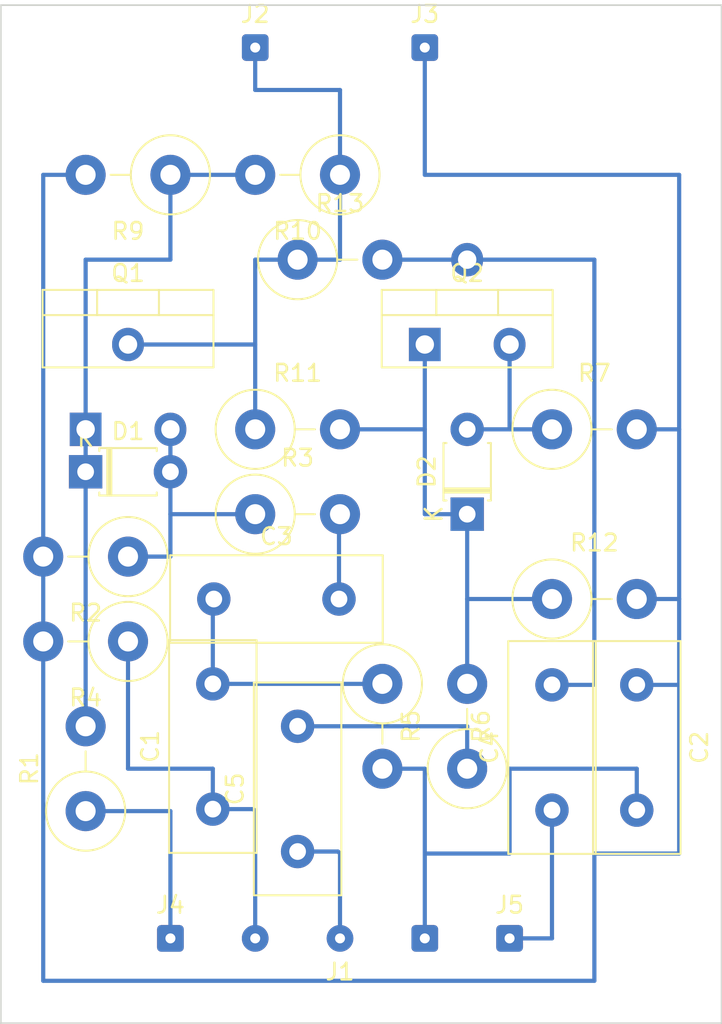
<source format=kicad_pcb>
(kicad_pcb (version 20221018) (generator pcbnew)
  (layers (0 "F.Cu" signal) (31 "B.Cu" signal) (34 "B.Paste" user) (35 "F.Paste" user) (36 "B.SilkS" user "B.Silkscreen") (37 "F.SilkS" user "F.Silkscreen") (38 "B.Mask" user) (39 "F.Mask" user) (44 "Edge.Cuts" user))
  (net 0 "")
  (net 1 "Net-(J1-Pin_3)")
  (net 2 "Net-(C1-Pad2)")
  (net 3 "GND")
  (net 4 "Net-(J1-Pin_1)")
  (net 5 "Net-(C3-Pad2)")
  (net 6 "Net-(J5-Pin_1)")
  (net 7 "Net-(D1-K)")
  (net 8 "Net-(D1-A)")
  (net 9 "Net-(D2-K)")
  (net 10 "Net-(D2-A)")
  (net 11 "+HT")
  (net 12 "Net-(J4-Pin_1)")
  (net 13 "Net-(J1-Pin_2)")
  (net 14 "Net-(C5-Pad2)")
  (net 15 "Net-(Q2-D)")
  (footprint "Package_TO_SOT_THT:TO-220-3_Vertical" (layer "F.Cu") (at 119.38 137.16)
    (fp_text reference "Q1" (at 2.54 -4.27) (layer "F.SilkS"))
    (fp_text value "IRF820" hide)
    (fp_line (start -2.58 -3.27) (end -2.58 1.371) (stroke (width 0.12)) (layer "F.SilkS"))
    (fp_line (start -2.58 -3.27) (end 7.66 -3.27) (stroke (width 0.12)) (layer "F.SilkS"))
    (fp_line (start -2.58 -1.76) (end 7.66 -1.76) (stroke (width 0.12)) (layer "F.SilkS"))
    (fp_line (start -2.58 1.371) (end 7.66 1.371) (stroke (width 0.12)) (layer "F.SilkS"))
    (fp_line (start 0.69 -3.27) (end 0.69 -1.76) (stroke (width 0.12)) (layer "F.SilkS"))
    (fp_line (start 4.391 -3.27) (end 4.391 -1.76) (stroke (width 0.12)) (layer "F.SilkS"))
    (fp_line (start 7.66 -3.27) (end 7.66 1.371) (stroke (width 0.12)) (layer "F.SilkS"))
    (pad "1" thru_hole rect (at 0 5.08) (size 1.905 2) (drill 1.1) (layers "*.Cu" "*.Mask") (net 7 "Net-(D1-K)"))
    (pad "2" thru_hole oval (at 2.54 0) (size 1.905 2) (drill 1.1) (layers "*.Cu" "*.Mask") (net 11 "+HT"))
    (pad "3" thru_hole oval (at 5.08 5.08) (size 1.905 2) (drill 1.1) (layers "*.Cu" "*.Mask") (net 8 "Net-(D1-A)"))
  )
  (footprint "Package_TO_SOT_THT:TO-220-3_Vertical" (layer "F.Cu") (at 139.7 137.16)
    (fp_text reference "Q2" (at 2.54 -4.27) (layer "F.SilkS"))
    (fp_text value "IRF820" hide)
    (fp_line (start -2.58 -3.27) (end -2.58 1.371) (stroke (width 0.12)) (layer "F.SilkS"))
    (fp_line (start -2.58 -3.27) (end 7.66 -3.27) (stroke (width 0.12)) (layer "F.SilkS"))
    (fp_line (start -2.58 -1.76) (end 7.66 -1.76) (stroke (width 0.12)) (layer "F.SilkS"))
    (fp_line (start -2.58 1.371) (end 7.66 1.371) (stroke (width 0.12)) (layer "F.SilkS"))
    (fp_line (start 0.69 -3.27) (end 0.69 -1.76) (stroke (width 0.12)) (layer "F.SilkS"))
    (fp_line (start 4.391 -3.27) (end 4.391 -1.76) (stroke (width 0.12)) (layer "F.SilkS"))
    (fp_line (start 7.66 -3.27) (end 7.66 1.371) (stroke (width 0.12)) (layer "F.SilkS"))
    (pad "1" thru_hole rect (at 0 0) (size 1.905 2) (drill 1.1) (layers "*.Cu" "*.Mask") (net 9 "Net-(D2-K)"))
    (pad "2" thru_hole oval (at 2.54 -5.08) (size 1.905 2) (drill 1.1) (layers "*.Cu" "*.Mask") (net 15 "Net-(Q2-D)"))
    (pad "3" thru_hole oval (at 5.08 0) (size 1.905 2) (drill 1.1) (layers "*.Cu" "*.Mask") (net 10 "Net-(D2-A)"))
  )
  (footprint "Resistor_THT:R_Axial_DIN0414_L11.9mm_D4.5mm_P5.08mm_Vertical" (layer "F.Cu") (at 142.24 162.56 90)
    (fp_text reference "R5" (at 2.54 -3.37 90) (layer "F.SilkS"))
    (fp_text value "1k")
    (fp_line (start 2.37 0) (end 3.58 0) (stroke (width 0.12)) (layer "F.SilkS"))
    (fp_circle (center 0 0) (end 2.37 0) (stroke (width 0.12)) (fill none) (layer "F.SilkS"))
    (pad "1" thru_hole circle (at 0 0 90) (size 2.4 2.4) (drill 1.2) (layers "*.Cu" "*.Mask") (net 14 "Net-(C5-Pad2)"))
    (pad "2" thru_hole oval (at 5.08 0 90) (size 2.4 2.4) (drill 1.2) (layers "*.Cu" "*.Mask") (net 9 "Net-(D2-K)"))
  )
  (footprint "Capacitor_THT:C_Disc_D12.5mm_W5.0mm_P7.50mm" (layer "F.Cu") (at 127 164.98 90)
    (fp_text reference "C1" (at 3.75 -3.75 90) (layer "F.SilkS"))
    (fp_text value "10n")
    (fp_line (start -2.62 -2.62) (end -2.62 2.62) (stroke (width 0.12)) (layer "F.SilkS"))
    (fp_line (start -2.62 -2.62) (end 10.12 -2.62) (stroke (width 0.12)) (layer "F.SilkS"))
    (fp_line (start -2.62 2.62) (end 10.12 2.62) (stroke (width 0.12)) (layer "F.SilkS"))
    (fp_line (start 10.12 -2.62) (end 10.12 2.62) (stroke (width 0.12)) (layer "F.SilkS"))
    (pad "1" thru_hole circle (at 0 0 90) (size 2 2) (drill 1) (layers "*.Cu" "*.Mask") (net 1 "Net-(J1-Pin_3)"))
    (pad "2" thru_hole circle (at 7.5 0 90) (size 2 2) (drill 1) (layers "*.Cu" "*.Mask") (net 2 "Net-(C1-Pad2)"))
  )
  (footprint "Resistor_THT:R_Axial_DIN0414_L11.9mm_D4.5mm_P5.08mm_Vertical" (layer "F.Cu") (at 121.92 149.86 180)
    (fp_text reference "R2" (at 2.54 -3.37) (layer "F.SilkS"))
    (fp_text value "100k")
    (fp_line (start 2.37 0) (end 3.58 0) (stroke (width 0.12)) (layer "F.SilkS"))
    (fp_circle (center 0 0) (end 2.37 0) (stroke (width 0.12)) (fill none) (layer "F.SilkS"))
    (pad "1" thru_hole circle (at 0 0 180) (size 2.4 2.4) (drill 1.2) (layers "*.Cu" "*.Mask") (net 8 "Net-(D1-A)"))
    (pad "2" thru_hole oval (at 5.08 0 180) (size 2.4 2.4) (drill 1.2) (layers "*.Cu" "*.Mask") (net 3 "GND"))
  )
  (footprint "Resistor_THT:R_Axial_DIN0414_L11.9mm_D4.5mm_P5.08mm_Vertical" (layer "F.Cu") (at 137.16 157.48 -90)
    (fp_text reference "R6" (at 2.54 -5.91 90) (layer "F.SilkS"))
    (fp_text value "39k")
    (fp_line (start 2.37 0) (end 3.58 0) (stroke (width 0.12)) (layer "F.SilkS"))
    (fp_circle (center 0 0) (end 2.37 0) (stroke (width 0.12)) (fill none) (layer "F.SilkS"))
    (pad "1" thru_hole circle (at 0 0 270) (size 2.4 2.4) (drill 1.2) (layers "*.Cu" "*.Mask") (net 2 "Net-(C1-Pad2)"))
    (pad "2" thru_hole oval (at 5.08 0 270) (size 2.4 2.4) (drill 1.2) (layers "*.Cu" "*.Mask") (net 4 "Net-(J1-Pin_1)"))
  )
  (footprint "Resistor_THT:R_Axial_DIN0414_L11.9mm_D4.5mm_P5.08mm_Vertical" (layer "F.Cu") (at 134.62 127 180)
    (fp_text reference "R10" (at 2.54 -3.37) (layer "F.SilkS"))
    (fp_text value "200K")
    (fp_line (start 2.37 0) (end 3.58 0) (stroke (width 0.12)) (layer "F.SilkS"))
    (fp_circle (center 0 0) (end 2.37 0) (stroke (width 0.12)) (fill none) (layer "F.SilkS"))
    (pad "1" thru_hole circle (at 0 0 180) (size 2.4 2.4) (drill 1.2) (layers "*.Cu" "*.Mask") (net 11 "+HT"))
    (pad "2" thru_hole oval (at 5.08 0 180) (size 2.4 2.4) (drill 1.2) (layers "*.Cu" "*.Mask") (net 7 "Net-(D1-K)"))
  )
  (footprint "Capacitor_THT:C_Disc_D12.5mm_W5.0mm_P7.50mm" (layer "F.Cu") (at 132.08 167.52 90)
    (fp_text reference "C5" (at 3.75 -3.75 90) (layer "F.SilkS"))
    (fp_text value "µ1")
    (fp_line (start -2.62 -2.62) (end -2.62 2.62) (stroke (width 0.12)) (layer "F.SilkS"))
    (fp_line (start -2.62 -2.62) (end 10.12 -2.62) (stroke (width 0.12)) (layer "F.SilkS"))
    (fp_line (start -2.62 2.62) (end 10.12 2.62) (stroke (width 0.12)) (layer "F.SilkS"))
    (fp_line (start 10.12 -2.62) (end 10.12 2.62) (stroke (width 0.12)) (layer "F.SilkS"))
    (pad "1" thru_hole circle (at 0 0 90) (size 2 2) (drill 1) (layers "*.Cu" "*.Mask") (net 13 "Net-(J1-Pin_2)"))
    (pad "2" thru_hole circle (at 7.5 0 90) (size 2 2) (drill 1) (layers "*.Cu" "*.Mask") (net 14 "Net-(C5-Pad2)"))
  )
  (footprint "Connector_Wire:SolderWire-0.1sqmm_1x01_D0.4mm_OD1mm" (layer "F.Cu") (at 129.54 119.38)
    (fp_text reference "J2" (at 0 -2) (layer "F.SilkS"))
    (fp_text value "Conn_01x01_Pin" hide)
    (pad "1" thru_hole roundrect (at 0 0) (size 1.6 1.6) (drill 0.6) (layers "*.Cu" "*.Mask") (roundrect_rratio 0.15625) (net 11 "+HT"))
  )
  (footprint "Diode_THT:D_T-1_P5.08mm_Horizontal" (layer "F.Cu") (at 142.24 147.32 90)
    (fp_text reference "D2" (at 2.54 -2.42 90) (layer "F.SilkS"))
    (fp_text value "12V" hide)
    (fp_text user "K" (at 0 -2 90) (layer "F.SilkS"))
    (fp_line (start 0.82 -1.42) (end 4.26 -1.42) (stroke (width 0.12)) (layer "F.SilkS"))
    (fp_line (start 0.82 -1.24) (end 0.82 -1.42) (stroke (width 0.12)) (layer "F.SilkS"))
    (fp_line (start 0.82 1.24) (end 0.82 1.42) (stroke (width 0.12)) (layer "F.SilkS"))
    (fp_line (start 0.82 1.42) (end 4.26 1.42) (stroke (width 0.12)) (layer "F.SilkS"))
    (fp_line (start 1.3 -1.42) (end 1.3 1.42) (stroke (width 0.12)) (layer "F.SilkS"))
    (fp_line (start 1.42 -1.42) (end 1.42 1.42) (stroke (width 0.12)) (layer "F.SilkS"))
    (fp_line (start 1.54 -1.42) (end 1.54 1.42) (stroke (width 0.12)) (layer "F.SilkS"))
    (fp_line (start 4.26 -1.42) (end 4.26 -1.24) (stroke (width 0.12)) (layer "F.SilkS"))
    (fp_line (start 4.26 1.42) (end 4.26 1.24) (stroke (width 0.12)) (layer "F.SilkS"))
    (pad "1" thru_hole rect (at 0 0 90) (size 2 2) (drill 1) (layers "*.Cu" "*.Mask") (net 9 "Net-(D2-K)"))
    (pad "2" thru_hole oval (at 5.08 0 90) (size 2 2) (drill 1) (layers "*.Cu" "*.Mask") (net 10 "Net-(D2-A)"))
  )
  (footprint "Resistor_THT:R_Axial_DIN0414_L11.9mm_D4.5mm_P5.08mm_Vertical" (layer "F.Cu") (at 147.32 152.4)
    (fp_text reference "R12" (at 2.54 -3.37) (layer "F.SilkS"))
    (fp_text value "200K")
    (fp_line (start 2.37 0) (end 3.58 0) (stroke (width 0.12)) (layer "F.SilkS"))
    (fp_circle (center 0 0) (end 2.37 0) (stroke (width 0.12)) (fill none) (layer "F.SilkS"))
    (pad "1" thru_hole circle (at 0 0) (size 2.4 2.4) (drill 1.2) (layers "*.Cu" "*.Mask") (net 9 "Net-(D2-K)"))
    (pad "2" thru_hole oval (at 5.08 0) (size 2.4 2.4) (drill 1.2) (layers "*.Cu" "*.Mask") (net 3 "GND"))
  )
  (footprint "Resistor_THT:R_Axial_DIN0414_L11.9mm_D4.5mm_P5.08mm_Vertical" (layer "F.Cu") (at 119.38 165.1 90)
    (fp_text reference "R1" (at 2.54 -3.37 90) (layer "F.SilkS"))
    (fp_text value "1k")
    (fp_line (start 2.37 0) (end 3.58 0) (stroke (width 0.12)) (layer "F.SilkS"))
    (fp_circle (center 0 0) (end 2.37 0) (stroke (width 0.12)) (fill none) (layer "F.SilkS"))
    (pad "1" thru_hole circle (at 0 0 90) (size 2.4 2.4) (drill 1.2) (layers "*.Cu" "*.Mask") (net 12 "Net-(J4-Pin_1)"))
    (pad "2" thru_hole oval (at 5.08 0 90) (size 2.4 2.4) (drill 1.2) (layers "*.Cu" "*.Mask") (net 7 "Net-(D1-K)"))
  )
  (footprint "Capacitor_THT:C_Disc_D12.5mm_W5.0mm_P7.50mm" (layer "F.Cu") (at 127.06 152.4)
    (fp_text reference "C3" (at 3.75 -3.75) (layer "F.SilkS"))
    (fp_text value "µ1")
    (fp_line (start -2.62 -2.62) (end -2.62 2.62) (stroke (width 0.12)) (layer "F.SilkS"))
    (fp_line (start -2.62 -2.62) (end 10.12 -2.62) (stroke (width 0.12)) (layer "F.SilkS"))
    (fp_line (start -2.62 2.62) (end 10.12 2.62) (stroke (width 0.12)) (layer "F.SilkS"))
    (fp_line (start 10.12 -2.62) (end 10.12 2.62) (stroke (width 0.12)) (layer "F.SilkS"))
    (pad "1" thru_hole circle (at 0 0) (size 2 2) (drill 1) (layers "*.Cu" "*.Mask") (net 2 "Net-(C1-Pad2)"))
    (pad "2" thru_hole circle (at 7.5 0) (size 2 2) (drill 1) (layers "*.Cu" "*.Mask") (net 5 "Net-(C3-Pad2)"))
  )
  (footprint "Resistor_THT:R_Axial_DIN0414_L11.9mm_D4.5mm_P5.08mm_Vertical" (layer "F.Cu") (at 132.08 132.08)
    (fp_text reference "R13" (at 2.54 -3.37) (layer "F.SilkS"))
    (fp_text value "80K")
    (fp_line (start 2.37 0) (end 3.58 0) (stroke (width 0.12)) (layer "F.SilkS"))
    (fp_circle (center 0 0) (end 2.37 0) (stroke (width 0.12)) (fill none) (layer "F.SilkS"))
    (pad "1" thru_hole circle (at 0 0) (size 2.4 2.4) (drill 1.2) (layers "*.Cu" "*.Mask") (net 11 "+HT"))
    (pad "2" thru_hole oval (at 5.08 0) (size 2.4 2.4) (drill 1.2) (layers "*.Cu" "*.Mask") (net 15 "Net-(Q2-D)"))
  )
  (footprint "Diode_THT:D_T-1_P5.08mm_Horizontal" (layer "F.Cu") (at 119.38 144.78)
    (fp_text reference "D1" (at 2.54 -2.42) (layer "F.SilkS"))
    (fp_text value "12V" hide)
    (fp_text user "K" (at 0 -2) (layer "F.SilkS"))
    (fp_line (start 0.82 -1.42) (end 4.26 -1.42) (stroke (width 0.12)) (layer "F.SilkS"))
    (fp_line (start 0.82 -1.24) (end 0.82 -1.42) (stroke (width 0.12)) (layer "F.SilkS"))
    (fp_line (start 0.82 1.24) (end 0.82 1.42) (stroke (width 0.12)) (layer "F.SilkS"))
    (fp_line (start 0.82 1.42) (end 4.26 1.42) (stroke (width 0.12)) (layer "F.SilkS"))
    (fp_line (start 1.3 -1.42) (end 1.3 1.42) (stroke (width 0.12)) (layer "F.SilkS"))
    (fp_line (start 1.42 -1.42) (end 1.42 1.42) (stroke (width 0.12)) (layer "F.SilkS"))
    (fp_line (start 1.54 -1.42) (end 1.54 1.42) (stroke (width 0.12)) (layer "F.SilkS"))
    (fp_line (start 4.26 -1.42) (end 4.26 -1.24) (stroke (width 0.12)) (layer "F.SilkS"))
    (fp_line (start 4.26 1.42) (end 4.26 1.24) (stroke (width 0.12)) (layer "F.SilkS"))
    (pad "1" thru_hole rect (at 0 0) (size 2 2) (drill 1) (layers "*.Cu" "*.Mask") (net 7 "Net-(D1-K)"))
    (pad "2" thru_hole oval (at 5.08 0) (size 2 2) (drill 1) (layers "*.Cu" "*.Mask") (net 8 "Net-(D1-A)"))
  )
  (footprint "Resistor_THT:R_Axial_DIN0414_L11.9mm_D4.5mm_P5.08mm_Vertical" (layer "F.Cu") (at 129.54 142.24)
    (fp_text reference "R11" (at 2.54 -3.37) (layer "F.SilkS"))
    (fp_text value "500K")
    (fp_line (start 2.37 0) (end 3.58 0) (stroke (width 0.12)) (layer "F.SilkS"))
    (fp_circle (center 0 0) (end 2.37 0) (stroke (width 0.12)) (fill none) (layer "F.SilkS"))
    (pad "1" thru_hole circle (at 0 0) (size 2.4 2.4) (drill 1.2) (layers "*.Cu" "*.Mask") (net 11 "+HT"))
    (pad "2" thru_hole oval (at 5.08 0) (size 2.4 2.4) (drill 1.2) (layers "*.Cu" "*.Mask") (net 9 "Net-(D2-K)"))
  )
  (footprint "Resistor_THT:R_Axial_DIN0414_L11.9mm_D4.5mm_P5.08mm_Vertical" (layer "F.Cu") (at 147.32 142.24)
    (fp_text reference "R7" (at 2.54 -3.37) (layer "F.SilkS"))
    (fp_text value "20K")
    (fp_line (start 2.37 0) (end 3.58 0) (stroke (width 0.12)) (layer "F.SilkS"))
    (fp_circle (center 0 0) (end 2.37 0) (stroke (width 0.12)) (fill none) (layer "F.SilkS"))
    (pad "1" thru_hole circle (at 0 0) (size 2.4 2.4) (drill 1.2) (layers "*.Cu" "*.Mask") (net 10 "Net-(D2-A)"))
    (pad "2" thru_hole oval (at 5.08 0) (size 2.4 2.4) (drill 1.2) (layers "*.Cu" "*.Mask") (net 3 "GND"))
  )
  (footprint "Connector_Wire:SolderWire-0.1sqmm_1x01_D0.4mm_OD1mm" (layer "F.Cu") (at 139.7 119.38)
    (fp_text reference "J3" (at 0 -2) (layer "F.SilkS"))
    (fp_text value "Conn_01x01_Pin" hide)
    (pad "1" thru_hole roundrect (at 0 0) (size 1.6 1.6) (drill 0.6) (layers "*.Cu" "*.Mask") (roundrect_rratio 0.15625) (net 3 "GND"))
  )
  (footprint "Capacitor_THT:C_Disc_D12.5mm_W5.0mm_P7.50mm" (layer "F.Cu") (at 152.4 157.54 -90)
    (fp_text reference "C2" (at 3.75 -3.75 90) (layer "F.SilkS"))
    (fp_text value "3n")
    (fp_line (start -2.62 -2.62) (end -2.62 2.62) (stroke (width 0.12)) (layer "F.SilkS"))
    (fp_line (start -2.62 -2.62) (end 10.12 -2.62) (stroke (width 0.12)) (layer "F.SilkS"))
    (fp_line (start -2.62 2.62) (end 10.12 2.62) (stroke (width 0.12)) (layer "F.SilkS"))
    (fp_line (start 10.12 -2.62) (end 10.12 2.62) (stroke (width 0.12)) (layer "F.SilkS"))
    (pad "1" thru_hole circle (at 0 0 270) (size 2 2) (drill 1) (layers "*.Cu" "*.Mask") (net 3 "GND"))
    (pad "2" thru_hole circle (at 7.5 0 270) (size 2 2) (drill 1) (layers "*.Cu" "*.Mask") (net 4 "Net-(J1-Pin_1)"))
  )
  (footprint "Connector_Wire:SolderWire-0.1sqmm_1x01_D0.4mm_OD1mm" (layer "F.Cu") (at 124.46 172.72)
    (fp_text reference "J4" (at 0 -2) (layer "F.SilkS"))
    (fp_text value "Conn_01x01_Pin" hide)
    (pad "1" thru_hole roundrect (at 0 0) (size 1.6 1.6) (drill 0.6) (layers "*.Cu" "*.Mask") (roundrect_rratio 0.15625) (net 12 "Net-(J4-Pin_1)"))
  )
  (footprint "Resistor_THT:R_Axial_DIN0414_L11.9mm_D4.5mm_P5.08mm_Vertical" (layer "F.Cu") (at 124.46 127 180)
    (fp_text reference "R9" (at 2.54 -3.37) (layer "F.SilkS"))
    (fp_text value "500K")
    (fp_line (start 2.37 0) (end 3.58 0) (stroke (width 0.12)) (layer "F.SilkS"))
    (fp_circle (center 0 0) (end 2.37 0) (stroke (width 0.12)) (fill none) (layer "F.SilkS"))
    (pad "1" thru_hole circle (at 0 0 180) (size 2.4 2.4) (drill 1.2) (layers "*.Cu" "*.Mask") (net 7 "Net-(D1-K)"))
    (pad "2" thru_hole oval (at 5.08 0 180) (size 2.4 2.4) (drill 1.2) (layers "*.Cu" "*.Mask") (net 3 "GND"))
  )
  (footprint "Capacitor_THT:C_Disc_D12.5mm_W5.0mm_P7.50mm" (layer "F.Cu") (at 147.32 165.04 90)
    (fp_text reference "C4" (at 3.75 -3.75 90) (layer "F.SilkS"))
    (fp_text value "µ1")
    (fp_line (start -2.62 -2.62) (end -2.62 2.62) (stroke (width 0.12)) (layer "F.SilkS"))
    (fp_line (start -2.62 -2.62) (end 10.12 -2.62) (stroke (width 0.12)) (layer "F.SilkS"))
    (fp_line (start -2.62 2.62) (end 10.12 2.62) (stroke (width 0.12)) (layer "F.SilkS"))
    (fp_line (start 10.12 -2.62) (end 10.12 2.62) (stroke (width 0.12)) (layer "F.SilkS"))
    (pad "1" thru_hole circle (at 0 0 90) (size 2 2) (drill 1) (layers "*.Cu" "*.Mask") (net 6 "Net-(J5-Pin_1)"))
    (pad "2" thru_hole circle (at 7.5 0 90) (size 2 2) (drill 1) (layers "*.Cu" "*.Mask") (net 15 "Net-(Q2-D)"))
  )
  (footprint "Connector_Wire:SolderWire-0.1sqmm_1x03_P3.6mm_D0.4mm_OD1mm" (layer "F.Cu") (at 139.7 172.72 180)
    (fp_text reference "J1" (at 5.08 -2) (layer "F.SilkS"))
    (fp_text value "Conn_01x03_Socket" hide)
    (pad "1" thru_hole roundrect (at 0 0 180) (size 1.6 1.6) (drill 0.6) (layers "*.Cu" "*.Mask") (roundrect_rratio 0.15625) (net 4 "Net-(J1-Pin_1)"))
    (pad "2" thru_hole circle (at 5.08 0 180) (size 1.6 1.6) (drill 0.6) (layers "*.Cu" "*.Mask") (net 13 "Net-(J1-Pin_2)"))
    (pad "3" thru_hole circle (at 10.16 0 180) (size 1.6 1.6) (drill 0.6) (layers "*.Cu" "*.Mask") (net 1 "Net-(J1-Pin_3)"))
  )
  (footprint "Connector_Wire:SolderWire-0.1sqmm_1x01_D0.4mm_OD1mm" (layer "F.Cu") (at 144.78 172.72)
    (fp_text reference "J5" (at 0 -2) (layer "F.SilkS"))
    (fp_text value "Conn_01x01_Pin" hide)
    (pad "1" thru_hole roundrect (at 0 0) (size 1.6 1.6) (drill 0.6) (layers "*.Cu" "*.Mask") (roundrect_rratio 0.15625) (net 6 "Net-(J5-Pin_1)"))
  )
  (footprint "Resistor_THT:R_Axial_DIN0414_L11.9mm_D4.5mm_P5.08mm_Vertical" (layer "F.Cu") (at 121.92 154.94 180)
    (fp_text reference "R4" (at 2.54 -3.37) (layer "F.SilkS"))
    (fp_text value "39k")
    (fp_line (start 2.37 0) (end 3.58 0) (stroke (width 0.12)) (layer "F.SilkS"))
    (fp_circle (center 0 0) (end 2.37 0) (stroke (width 0.12)) (fill none) (layer "F.SilkS"))
    (pad "1" thru_hole circle (at 0 0 180) (size 2.4 2.4) (drill 1.2) (layers "*.Cu" "*.Mask") (net 1 "Net-(J1-Pin_3)"))
    (pad "2" thru_hole oval (at 5.08 0 180) (size 2.4 2.4) (drill 1.2) (layers "*.Cu" "*.Mask") (net 3 "GND"))
  )
  (footprint "Resistor_THT:R_Axial_DIN0414_L11.9mm_D4.5mm_P5.08mm_Vertical" (layer "F.Cu") (at 129.54 147.32)
    (fp_text reference "R3" (at 2.54 -3.37) (layer "F.SilkS"))
    (fp_text value "100")
    (fp_line (start 2.37 0) (end 3.58 0) (stroke (width 0.12)) (layer "F.SilkS"))
    (fp_circle (center 0 0) (end 2.37 0) (stroke (width 0.12)) (fill none) (layer "F.SilkS"))
    (pad "1" thru_hole circle (at 0 0) (size 2.4 2.4) (drill 1.2) (layers "*.Cu" "*.Mask") (net 8 "Net-(D1-A)"))
    (pad "2" thru_hole oval (at 5.08 0) (size 2.4 2.4) (drill 1.2) (layers "*.Cu" "*.Mask") (net 5 "Net-(C3-Pad2)"))
  )
  (gr_rect (start 114.3 116.84) (end 157.48 177.8) (stroke (width 0.1)) (fill none) (layer "Edge.Cuts"))
  (segment (start 129.42 164.98) (end 127 164.98) (width 0.25) (layer "B.Cu") (net 1))
  (segment (start 121.92 162.56) (end 127 162.56) (width 0.25) (layer "B.Cu") (net 1))
  (segment (start 129.54 172.72) (end 129.54 165.1) (width 0.25) (layer "B.Cu") (net 1))
  (segment (start 127 162.56) (end 127 164.98) (width 0.25) (layer "B.Cu") (net 1))
  (segment (start 121.92 154.94) (end 121.92 162.56) (width 0.25) (layer "B.Cu") (net 1))
  (segment (start 129.54 165.1) (end 129.42 164.98) (width 0.25) (layer "B.Cu") (net 1))
  (segment (start 127 157.48) (end 127 152.46) (width 0.25) (layer "B.Cu") (net 2))
  (segment (start 137.16 157.48) (end 127 157.48) (width 0.25) (layer "B.Cu") (net 2))
  (segment (start 127 152.46) (end 127.06 152.4) (width 0.25) (layer "B.Cu") (net 2))
  (segment (start 152.4 152.4) (end 154.94 152.4) (width 0.25) (layer "B.Cu") (net 3))
  (segment (start 154.94 167.64) (end 149.86 167.64) (width 0.25) (layer "B.Cu") (net 3))
  (segment (start 154.94 152.4) (end 154.94 157.48) (width 0.25) (layer "B.Cu") (net 3))
  (segment (start 152.4 157.54) (end 154.88 157.54) (width 0.25) (layer "B.Cu") (net 3))
  (segment (start 152.4 142.24) (end 154.94 142.24) (width 0.25) (layer "B.Cu") (net 3))
  (segment (start 154.88 157.54) (end 154.94 157.48) (width 0.25) (layer "B.Cu") (net 3))
  (segment (start 154.94 157.48) (end 154.94 167.64) (width 0.25) (layer "B.Cu") (net 3))
  (segment (start 119.38 127) (end 116.84 127) (width 0.25) (layer "B.Cu") (net 3))
  (segment (start 116.84 149.86) (end 116.84 127) (width 0.25) (layer "B.Cu") (net 3))
  (segment (start 139.7 127) (end 154.94 127) (width 0.25) (layer "B.Cu") (net 3))
  (segment (start 149.86 167.64) (end 149.86 175.26) (width 0.25) (layer "B.Cu") (net 3))
  (segment (start 139.7 119.38) (end 139.7 127) (width 0.25) (layer "B.Cu") (net 3))
  (segment (start 149.86 175.26) (end 116.84 175.26) (width 0.25) (layer "B.Cu") (net 3))
  (segment (start 154.94 127) (end 154.94 142.24) (width 0.25) (layer "B.Cu") (net 3))
  (segment (start 116.84 175.26) (end 116.84 154.94) (width 0.25) (layer "B.Cu") (net 3))
  (segment (start 116.84 154.94) (end 116.84 149.86) (width 0.25) (layer "B.Cu") (net 3))
  (segment (start 154.94 142.24) (end 154.94 152.4) (width 0.25) (layer "B.Cu") (net 3))
  (segment (start 144.78 162.56) (end 144.78 167.64) (width 0.25) (layer "B.Cu") (net 4))
  (segment (start 139.7 167.64) (end 139.7 172.72) (width 0.25) (layer "B.Cu") (net 4))
  (segment (start 152.4 162.56) (end 144.78 162.56) (width 0.25) (layer "B.Cu") (net 4))
  (segment (start 137.16 162.56) (end 139.7 162.56) (width 0.25) (layer "B.Cu") (net 4))
  (segment (start 139.7 162.56) (end 139.7 167.64) (width 0.25) (layer "B.Cu") (net 4))
  (segment (start 144.78 167.64) (end 139.7 167.64) (width 0.25) (layer "B.Cu") (net 4))
  (segment (start 152.4 165.04) (end 152.4 162.56) (width 0.25) (layer "B.Cu") (net 4))
  (segment (start 134.56 152.4) (end 134.56 147.38) (width 0.25) (layer "B.Cu") (net 5))
  (segment (start 134.56 147.38) (end 134.62 147.32) (width 0.25) (layer "B.Cu") (net 5))
  (segment (start 147.32 172.72) (end 144.78 172.72) (width 0.25) (layer "B.Cu") (net 6))
  (segment (start 147.32 165.04) (end 147.32 172.72) (width 0.25) (layer "B.Cu") (net 6))
  (segment (start 119.38 142.24) (end 119.38 132.08) (width 0.25) (layer "B.Cu") (net 7))
  (segment (start 119.38 144.78) (end 119.38 142.24) (width 0.25) (layer "B.Cu") (net 7))
  (segment (start 119.38 132.08) (end 124.46 132.08) (width 0.25) (layer "B.Cu") (net 7))
  (segment (start 129.54 127) (end 124.46 127) (width 0.25) (layer "B.Cu") (net 7))
  (segment (start 124.46 132.08) (end 124.46 127) (width 0.25) (layer "B.Cu") (net 7))
  (segment (start 119.38 160.02) (end 119.38 144.78) (width 0.25) (layer "B.Cu") (net 7))
  (segment (start 129.54 147.32) (end 124.46 147.32) (width 0.25) (layer "B.Cu") (net 8))
  (segment (start 124.46 147.32) (end 124.46 144.78) (width 0.25) (layer "B.Cu") (net 8))
  (segment (start 124.46 142.24) (end 124.46 144.78) (width 0.25) (layer "B.Cu") (net 8))
  (segment (start 124.46 149.86) (end 124.46 147.32) (width 0.25) (layer "B.Cu") (net 8))
  (segment (start 121.92 149.86) (end 124.46 149.86) (width 0.25) (layer "B.Cu") (net 8))
  (segment (start 134.62 142.24) (end 139.7 142.24) (width 0.25) (layer "B.Cu") (net 9))
  (segment (start 142.24 152.4) (end 142.24 157.48) (width 0.25) (layer "B.Cu") (net 9))
  (segment (start 147.32 152.4) (end 142.24 152.4) (width 0.25) (layer "B.Cu") (net 9))
  (segment (start 139.7 137.16) (end 139.7 142.24) (width 0.25) (layer "B.Cu") (net 9))
  (segment (start 142.24 147.32) (end 142.24 152.4) (width 0.25) (layer "B.Cu") (net 9))
  (segment (start 139.7 142.24) (end 139.7 147.32) (width 0.25) (layer "B.Cu") (net 9))
  (segment (start 139.7 147.32) (end 142.24 147.32) (width 0.25) (layer "B.Cu") (net 9))
  (segment (start 142.24 142.24) (end 144.78 142.24) (width 0.25) (layer "B.Cu") (net 10))
  (segment (start 144.78 137.16) (end 144.78 142.24) (width 0.25) (layer "B.Cu") (net 10))
  (segment (start 144.78 142.24) (end 147.32 142.24) (width 0.25) (layer "B.Cu") (net 10))
  (segment (start 132.08 132.08) (end 129.54 132.08) (width 0.25) (layer "B.Cu") (net 11))
  (segment (start 129.54 137.16) (end 129.54 142.24) (width 0.25) (layer "B.Cu") (net 11))
  (segment (start 132.08 132.08) (end 134.62 132.08) (width 0.25) (layer "B.Cu") (net 11))
  (segment (start 129.54 132.08) (end 129.54 137.16) (width 0.25) (layer "B.Cu") (net 11))
  (segment (start 134.62 132.08) (end 134.62 127) (width 0.25) (layer "B.Cu") (net 11))
  (segment (start 121.92 137.16) (end 129.54 137.16) (width 0.25) (layer "B.Cu") (net 11))
  (segment (start 134.62 121.92) (end 134.62 127) (width 0.25) (layer "B.Cu") (net 11))
  (segment (start 129.54 121.92) (end 134.62 121.92) (width 0.25) (layer "B.Cu") (net 11))
  (segment (start 129.54 119.38) (end 129.54 121.92) (width 0.25) (layer "B.Cu") (net 11))
  (segment (start 124.46 172.72) (end 124.46 165.1) (width 0.25) (layer "B.Cu") (net 12))
  (segment (start 124.46 165.1) (end 119.38 165.1) (width 0.25) (layer "B.Cu") (net 12))
  (segment (start 134.5 167.52) (end 134.62 167.64) (width 0.25) (layer "B.Cu") (net 13))
  (segment (start 134.62 167.64) (end 134.62 172.72) (width 0.25) (layer "B.Cu") (net 13))
  (segment (start 132.08 167.52) (end 134.5 167.52) (width 0.25) (layer "B.Cu") (net 13))
  (segment (start 132.08 160.02) (end 142.24 160.02) (width 0.25) (layer "B.Cu") (net 14))
  (segment (start 142.24 160.02) (end 142.24 162.56) (width 0.25) (layer "B.Cu") (net 14))
  (segment (start 142.24 132.08) (end 149.86 132.08) (width 0.25) (layer "B.Cu") (net 15))
  (segment (start 149.86 157.48) (end 149.86 144.78) (width 0.25) (layer "B.Cu") (net 15))
  (segment (start 149.8 157.54) (end 149.86 157.48) (width 0.25) (layer "B.Cu") (net 15))
  (segment (start 137.16 132.08) (end 142.24 132.08) (width 0.25) (layer "B.Cu") (net 15))
  (segment (start 149.86 132.08) (end 149.86 147.32) (width 0.25) (layer "B.Cu") (net 15))
  (segment (start 147.32 157.54) (end 149.8 157.54) (width 0.25) (layer "B.Cu") (net 15))
)
</source>
